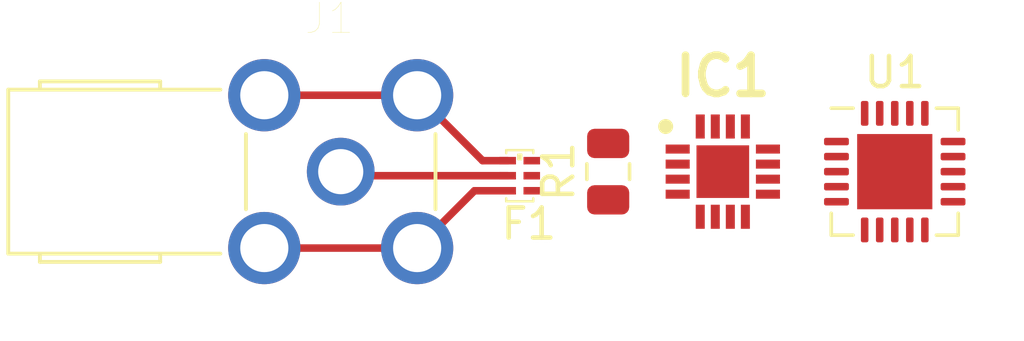
<source format=kicad_pcb>
(kicad_pcb (version 20171130) (host pcbnew "(5.1.6)-1")

  (general
    (thickness 1.6)
    (drawings 0)
    (tracks 8)
    (zones 0)
    (modules 5)
    (nets 43)
  )

  (page A4)
  (layers
    (0 F.Cu signal)
    (31 B.Cu signal)
    (32 B.Adhes user)
    (33 F.Adhes user)
    (34 B.Paste user)
    (35 F.Paste user)
    (36 B.SilkS user)
    (37 F.SilkS user)
    (38 B.Mask user)
    (39 F.Mask user)
    (40 Dwgs.User user)
    (41 Cmts.User user)
    (42 Eco1.User user)
    (43 Eco2.User user)
    (44 Edge.Cuts user)
    (45 Margin user)
    (46 B.CrtYd user)
    (47 F.CrtYd user)
    (48 B.Fab user)
    (49 F.Fab user)
  )

  (setup
    (last_trace_width 0.25)
    (trace_clearance 0.2)
    (zone_clearance 0.508)
    (zone_45_only no)
    (trace_min 0.2)
    (via_size 0.8)
    (via_drill 0.4)
    (via_min_size 0.4)
    (via_min_drill 0.3)
    (uvia_size 0.3)
    (uvia_drill 0.1)
    (uvias_allowed no)
    (uvia_min_size 0.2)
    (uvia_min_drill 0.1)
    (edge_width 0.05)
    (segment_width 0.2)
    (pcb_text_width 0.3)
    (pcb_text_size 1.5 1.5)
    (mod_edge_width 0.12)
    (mod_text_size 1 1)
    (mod_text_width 0.15)
    (pad_size 1.524 1.524)
    (pad_drill 0.762)
    (pad_to_mask_clearance 0.05)
    (aux_axis_origin 0 0)
    (visible_elements 7FFFFFFF)
    (pcbplotparams
      (layerselection 0x010fc_ffffffff)
      (usegerberextensions false)
      (usegerberattributes true)
      (usegerberadvancedattributes true)
      (creategerberjobfile true)
      (excludeedgelayer true)
      (linewidth 0.100000)
      (plotframeref false)
      (viasonmask false)
      (mode 1)
      (useauxorigin false)
      (hpglpennumber 1)
      (hpglpenspeed 20)
      (hpglpendiameter 15.000000)
      (psnegative false)
      (psa4output false)
      (plotreference true)
      (plotvalue true)
      (plotinvisibletext false)
      (padsonsilk false)
      (subtractmaskfromsilk false)
      (outputformat 1)
      (mirror false)
      (drillshape 1)
      (scaleselection 1)
      (outputdirectory ""))
  )

  (net 0 "")
  (net 1 "Net-(U1-Pad20)")
  (net 2 "Net-(U1-Pad19)")
  (net 3 "Net-(U1-Pad18)")
  (net 4 "Net-(U1-Pad17)")
  (net 5 "Net-(U1-Pad16)")
  (net 6 "Net-(U1-Pad15)")
  (net 7 "Net-(U1-Pad14)")
  (net 8 "Net-(U1-Pad13)")
  (net 9 "Net-(U1-Pad12)")
  (net 10 "Net-(U1-Pad11)")
  (net 11 "Net-(U1-Pad10)")
  (net 12 "Net-(U1-Pad9)")
  (net 13 "Net-(U1-Pad8)")
  (net 14 "Net-(U1-Pad7)")
  (net 15 "Net-(U1-Pad6)")
  (net 16 "Net-(U1-Pad5)")
  (net 17 "Net-(U1-Pad4)")
  (net 18 "Net-(U1-Pad3)")
  (net 19 "Net-(U1-Pad2)")
  (net 20 "Net-(U1-Pad1)")
  (net 21 "Net-(IC1-Pad1)")
  (net 22 "Net-(IC1-Pad2)")
  (net 23 "Net-(IC1-Pad3)")
  (net 24 "Net-(IC1-Pad4)")
  (net 25 "Net-(IC1-Pad5)")
  (net 26 "Net-(IC1-Pad6)")
  (net 27 "Net-(IC1-Pad7)")
  (net 28 "Net-(IC1-Pad8)")
  (net 29 "Net-(IC1-Pad9)")
  (net 30 "Net-(IC1-Pad10)")
  (net 31 "Net-(IC1-Pad11)")
  (net 32 "Net-(IC1-Pad12)")
  (net 33 "Net-(IC1-Pad13)")
  (net 34 "Net-(IC1-Pad14)")
  (net 35 "Net-(IC1-Pad15)")
  (net 36 "Net-(IC1-Pad16)")
  (net 37 "Net-(IC1-Pad17)")
  (net 38 GND)
  (net 39 "Net-(F1-Pad5)")
  (net 40 "Net-(F1-Pad2)")
  (net 41 "Net-(R1-Pad2)")
  (net 42 "Net-(R1-Pad1)")

  (net_class Default "This is the default net class."
    (clearance 0.2)
    (trace_width 0.25)
    (via_dia 0.8)
    (via_drill 0.4)
    (uvia_dia 0.3)
    (uvia_drill 0.1)
    (add_net GND)
    (add_net "Net-(F1-Pad2)")
    (add_net "Net-(F1-Pad5)")
    (add_net "Net-(IC1-Pad1)")
    (add_net "Net-(IC1-Pad10)")
    (add_net "Net-(IC1-Pad11)")
    (add_net "Net-(IC1-Pad12)")
    (add_net "Net-(IC1-Pad13)")
    (add_net "Net-(IC1-Pad14)")
    (add_net "Net-(IC1-Pad15)")
    (add_net "Net-(IC1-Pad16)")
    (add_net "Net-(IC1-Pad17)")
    (add_net "Net-(IC1-Pad2)")
    (add_net "Net-(IC1-Pad3)")
    (add_net "Net-(IC1-Pad4)")
    (add_net "Net-(IC1-Pad5)")
    (add_net "Net-(IC1-Pad6)")
    (add_net "Net-(IC1-Pad7)")
    (add_net "Net-(IC1-Pad8)")
    (add_net "Net-(IC1-Pad9)")
    (add_net "Net-(R1-Pad1)")
    (add_net "Net-(R1-Pad2)")
    (add_net "Net-(U1-Pad1)")
    (add_net "Net-(U1-Pad10)")
    (add_net "Net-(U1-Pad11)")
    (add_net "Net-(U1-Pad12)")
    (add_net "Net-(U1-Pad13)")
    (add_net "Net-(U1-Pad14)")
    (add_net "Net-(U1-Pad15)")
    (add_net "Net-(U1-Pad16)")
    (add_net "Net-(U1-Pad17)")
    (add_net "Net-(U1-Pad18)")
    (add_net "Net-(U1-Pad19)")
    (add_net "Net-(U1-Pad2)")
    (add_net "Net-(U1-Pad20)")
    (add_net "Net-(U1-Pad3)")
    (add_net "Net-(U1-Pad4)")
    (add_net "Net-(U1-Pad5)")
    (add_net "Net-(U1-Pad6)")
    (add_net "Net-(U1-Pad7)")
    (add_net "Net-(U1-Pad8)")
    (add_net "Net-(U1-Pad9)")
  )

  (module Resistor_SMD:R_0805_2012Metric (layer F.Cu) (tedit 5B36C52B) (tstamp 5ED57FC8)
    (at 81.28 66.04 90)
    (descr "Resistor SMD 0805 (2012 Metric), square (rectangular) end terminal, IPC_7351 nominal, (Body size source: https://docs.google.com/spreadsheets/d/1BsfQQcO9C6DZCsRaXUlFlo91Tg2WpOkGARC1WS5S8t0/edit?usp=sharing), generated with kicad-footprint-generator")
    (tags resistor)
    (path /5ED596BB/5ED5B429)
    (attr smd)
    (fp_text reference R1 (at 0 -1.65 90) (layer F.SilkS)
      (effects (font (size 1 1) (thickness 0.15)))
    )
    (fp_text value R (at 0 1.65 90) (layer F.Fab)
      (effects (font (size 1 1) (thickness 0.15)))
    )
    (fp_text user %R (at 0 0 90) (layer F.Fab)
      (effects (font (size 0.5 0.5) (thickness 0.08)))
    )
    (fp_line (start -1 0.6) (end -1 -0.6) (layer F.Fab) (width 0.1))
    (fp_line (start -1 -0.6) (end 1 -0.6) (layer F.Fab) (width 0.1))
    (fp_line (start 1 -0.6) (end 1 0.6) (layer F.Fab) (width 0.1))
    (fp_line (start 1 0.6) (end -1 0.6) (layer F.Fab) (width 0.1))
    (fp_line (start -0.258578 -0.71) (end 0.258578 -0.71) (layer F.SilkS) (width 0.12))
    (fp_line (start -0.258578 0.71) (end 0.258578 0.71) (layer F.SilkS) (width 0.12))
    (fp_line (start -1.68 0.95) (end -1.68 -0.95) (layer F.CrtYd) (width 0.05))
    (fp_line (start -1.68 -0.95) (end 1.68 -0.95) (layer F.CrtYd) (width 0.05))
    (fp_line (start 1.68 -0.95) (end 1.68 0.95) (layer F.CrtYd) (width 0.05))
    (fp_line (start 1.68 0.95) (end -1.68 0.95) (layer F.CrtYd) (width 0.05))
    (pad 2 smd roundrect (at 0.9375 0 90) (size 0.975 1.4) (layers F.Cu F.Paste F.Mask) (roundrect_rratio 0.25)
      (net 41 "Net-(R1-Pad2)"))
    (pad 1 smd roundrect (at -0.9375 0 90) (size 0.975 1.4) (layers F.Cu F.Paste F.Mask) (roundrect_rratio 0.25)
      (net 42 "Net-(R1-Pad1)"))
    (model ${KISYS3DMOD}/Resistor_SMD.3dshapes/R_0805_2012Metric.wrl
      (at (xyz 0 0 0))
      (scale (xyz 1 1 1))
      (rotate (xyz 0 0 0))
    )
  )

  (module "Low pass filter:2450BM14A0002" (layer F.Cu) (tedit 5ED520E1) (tstamp 5ED5775D)
    (at 78.74 66.675 180)
    (path /5ED596BB/5ED53DA9)
    (fp_text reference F1 (at 0.1 -1.1) (layer F.SilkS)
      (effects (font (size 1 1) (thickness 0.15)))
    )
    (fp_text value 2450LP14B100 (at 0 -2.54) (layer F.Fab)
      (effects (font (size 1 1) (thickness 0.15)))
    )
    (fp_line (start 0.45 1.05) (end 0.35 1.05) (layer F.SilkS) (width 0.08))
    (fp_line (start 0.45 1.2) (end 0.45 1.05) (layer F.SilkS) (width 0.08))
    (fp_line (start 0.35 1.2) (end 0.45 1.2) (layer F.SilkS) (width 0.08))
    (fp_line (start 0.35 1.05) (end 0.35 1.2) (layer F.SilkS) (width 0.08))
    (fp_line (start 0.85 1.35) (end 0.85 1.25) (layer F.SilkS) (width 0.08))
    (fp_line (start -0.05 1.35) (end 0.85 1.35) (layer F.SilkS) (width 0.08))
    (fp_line (start -0.05 1.25) (end -0.05 1.35) (layer F.SilkS) (width 0.08))
    (fp_line (start 0.85 -0.35) (end 0.85 -0.25) (layer F.SilkS) (width 0.08))
    (fp_line (start -0.05 -0.35) (end 0.85 -0.35) (layer F.SilkS) (width 0.08))
    (fp_line (start -0.05 -0.25) (end -0.05 -0.35) (layer F.SilkS) (width 0.08))
    (fp_line (start -0.05 -0.35) (end -0.05 1.35) (layer F.Fab) (width 0.05))
    (fp_line (start 0.85 -0.35) (end -0.05 -0.35) (layer F.Fab) (width 0.05))
    (fp_line (start 0.85 1.35) (end 0.85 -0.35) (layer F.Fab) (width 0.05))
    (fp_line (start -0.05 1.35) (end 0.85 1.35) (layer F.Fab) (width 0.05))
    (fp_line (start 0.4 1.1) (end 0.4 1.15) (layer F.SilkS) (width 0.12))
    (pad 6 smd rect (at 0.8 0 180) (size 0.55 0.25) (layers F.Cu F.Paste F.Mask)
      (net 38 GND))
    (pad 4 smd rect (at 0.8 1 180) (size 0.55 0.25) (layers F.Cu F.Paste F.Mask)
      (net 38 GND))
    (pad 3 smd rect (at 0 1 180) (size 0.55 0.25) (layers F.Cu F.Paste F.Mask)
      (net 38 GND))
    (pad 5 smd rect (at 0.8 0.5 180) (size 0.55 0.25) (layers F.Cu F.Paste F.Mask)
      (net 39 "Net-(F1-Pad5)"))
    (pad 2 smd rect (at 0 0.5 180) (size 0.55 0.25) (layers F.Cu F.Paste F.Mask)
      (net 40 "Net-(F1-Pad2)"))
    (pad 1 smd rect (at 0 0 180) (size 0.55 0.25) (layers F.Cu F.Paste F.Mask)
      (net 38 GND))
  )

  (module "SMA Connector 5-1814400-1 TE Connectivity:SMA_CONN_5-1814400-1" (layer F.Cu) (tedit 5ED508CD) (tstamp 5ED56B5C)
    (at 72.39 66.04)
    (path /5ED596BB/5ED51348)
    (fp_text reference J1 (at -0.372385 -5.091025) (layer F.SilkS)
      (effects (font (size 1.004732 1.004732) (thickness 0.015)))
    )
    (fp_text value 5-1814400-1 (at 6.67541 5.03017) (layer F.Fab)
      (effects (font (size 1.002315 1.002315) (thickness 0.015)))
    )
    (fp_line (start 3.15 -3.15) (end 3.15 3.15) (layer F.Fab) (width 0.127))
    (fp_line (start 3.15 3.15) (end -3.15 3.15) (layer F.Fab) (width 0.127))
    (fp_line (start -3.15 3.15) (end -3.15 -3.15) (layer F.Fab) (width 0.127))
    (fp_line (start -3.15 -3.15) (end 3.15 -3.15) (layer F.Fab) (width 0.127))
    (fp_line (start -11.05 -2.725) (end -11.05 2.725) (layer F.SilkS) (width 0.127))
    (fp_line (start -11.05 -2.725) (end -4 -2.725) (layer F.SilkS) (width 0.127))
    (fp_line (start -11.05 2.725) (end -4 2.725) (layer F.SilkS) (width 0.127))
    (fp_line (start -10 -3) (end -6 -3) (layer F.Fab) (width 0.127))
    (fp_line (start -6 3) (end -10 3) (layer F.SilkS) (width 0.127))
    (fp_line (start -11.05 2.725) (end -11.05 -2.725) (layer F.Fab) (width 0.127))
    (fp_line (start 3.15 -1.25) (end 3.15 1.25) (layer F.SilkS) (width 0.127))
    (fp_line (start -3.15 -1.25) (end -3.15 1.25) (layer F.SilkS) (width 0.127))
    (fp_line (start -6 -3) (end -6 -2.75) (layer F.Fab) (width 0.127))
    (fp_line (start -10 -3) (end -10 -2.75) (layer F.Fab) (width 0.127))
    (fp_line (start -10 3) (end -10 2.75) (layer F.SilkS) (width 0.127))
    (fp_line (start -6 3) (end -6 2.75) (layer F.SilkS) (width 0.127))
    (fp_line (start 3.99 -3.99) (end 3.99 3.99) (layer F.CrtYd) (width 0.05))
    (fp_line (start 3.99 3.99) (end -3.95 3.99) (layer F.CrtYd) (width 0.05))
    (fp_line (start -3.95 3.99) (end -3.95 3.25) (layer F.CrtYd) (width 0.05))
    (fp_line (start -3.95 3.25) (end -11.3 3.25) (layer F.CrtYd) (width 0.05))
    (fp_line (start -11.3 3.25) (end -11.3 -3.25) (layer F.CrtYd) (width 0.05))
    (fp_line (start -11.3 -3.25) (end -3.95 -3.25) (layer F.CrtYd) (width 0.05))
    (fp_line (start -3.95 -3.25) (end -3.95 -3.99) (layer F.CrtYd) (width 0.05))
    (fp_line (start -3.95 -3.99) (end 3.99 -3.99) (layer F.CrtYd) (width 0.05))
    (fp_line (start -11.05 -2.725) (end -3.238 -2.725) (layer F.Fab) (width 0.127))
    (fp_line (start -11.05 2.725) (end -3.238 2.725) (layer F.Fab) (width 0.127))
    (fp_line (start -10 -3) (end -6 -3) (layer F.SilkS) (width 0.127))
    (fp_line (start -6 -3) (end -6 -2.75) (layer F.SilkS) (width 0.127))
    (fp_line (start -10 -3) (end -10 -2.75) (layer F.SilkS) (width 0.127))
    (fp_line (start -6.002 3) (end -10.002 3) (layer F.Fab) (width 0.127))
    (fp_line (start -10.002 3) (end -10.002 2.75) (layer F.Fab) (width 0.127))
    (fp_line (start -6.002 3) (end -6.002 2.75) (layer F.Fab) (width 0.127))
    (pad 1 thru_hole circle (at 2.54 -2.54) (size 2.4 2.4) (drill 1.6) (layers *.Cu *.Mask)
      (net 38 GND))
    (pad 5 thru_hole circle (at 0 0) (size 2.25 2.25) (drill 1.5) (layers *.Cu *.Mask)
      (net 39 "Net-(F1-Pad5)"))
    (pad 2 thru_hole circle (at -2.54 -2.54) (size 2.4 2.4) (drill 1.6) (layers *.Cu *.Mask)
      (net 38 GND))
    (pad 3 thru_hole circle (at -2.54 2.54) (size 2.4 2.4) (drill 1.6) (layers *.Cu *.Mask)
      (net 38 GND))
    (pad 4 thru_hole circle (at 2.54 2.54) (size 2.4 2.4) (drill 1.6) (layers *.Cu *.Mask)
      (net 38 GND))
    (model "C:/Users/Mateusz/Documents/KiCad Projects/Lib/Antenna/ENG_CVM_CVM_5-1814400-1_D_c-5-1814400-1-d.3d_stp/c-5-1814400-1-d-3d.stp"
      (offset (xyz -11 0 7.5))
      (scale (xyz 1 1 1))
      (rotate (xyz -90 0 90))
    )
  )

  (module Package_DFN_QFN:QFN-20-1EP_4x4mm_P0.5mm_EP2.5x2.5mm (layer F.Cu) (tedit 5DC5F6A3) (tstamp 5ED56928)
    (at 90.805 66.04)
    (descr "QFN, 20 Pin (http://ww1.microchip.com/downloads/en/PackagingSpec/00000049BQ.pdf#page=274), generated with kicad-footprint-generator ipc_noLead_generator.py")
    (tags "QFN NoLead")
    (path /5ED596BB/5ED50FB2)
    (attr smd)
    (fp_text reference U1 (at 0 -3.3) (layer F.SilkS)
      (effects (font (size 1 1) (thickness 0.15)))
    )
    (fp_text value nRF24L01P (at 0 3.3) (layer F.Fab)
      (effects (font (size 1 1) (thickness 0.15)))
    )
    (fp_line (start 2.6 -2.6) (end -2.6 -2.6) (layer F.CrtYd) (width 0.05))
    (fp_line (start 2.6 2.6) (end 2.6 -2.6) (layer F.CrtYd) (width 0.05))
    (fp_line (start -2.6 2.6) (end 2.6 2.6) (layer F.CrtYd) (width 0.05))
    (fp_line (start -2.6 -2.6) (end -2.6 2.6) (layer F.CrtYd) (width 0.05))
    (fp_line (start -2 -1) (end -1 -2) (layer F.Fab) (width 0.1))
    (fp_line (start -2 2) (end -2 -1) (layer F.Fab) (width 0.1))
    (fp_line (start 2 2) (end -2 2) (layer F.Fab) (width 0.1))
    (fp_line (start 2 -2) (end 2 2) (layer F.Fab) (width 0.1))
    (fp_line (start -1 -2) (end 2 -2) (layer F.Fab) (width 0.1))
    (fp_line (start -1.385 -2.11) (end -2.11 -2.11) (layer F.SilkS) (width 0.12))
    (fp_line (start 2.11 2.11) (end 2.11 1.385) (layer F.SilkS) (width 0.12))
    (fp_line (start 1.385 2.11) (end 2.11 2.11) (layer F.SilkS) (width 0.12))
    (fp_line (start -2.11 2.11) (end -2.11 1.385) (layer F.SilkS) (width 0.12))
    (fp_line (start -1.385 2.11) (end -2.11 2.11) (layer F.SilkS) (width 0.12))
    (fp_line (start 2.11 -2.11) (end 2.11 -1.385) (layer F.SilkS) (width 0.12))
    (fp_line (start 1.385 -2.11) (end 2.11 -2.11) (layer F.SilkS) (width 0.12))
    (fp_text user %R (at 0 0) (layer F.Fab)
      (effects (font (size 1 1) (thickness 0.15)))
    )
    (pad "" smd roundrect (at 0.625 0.625) (size 1.01 1.01) (layers F.Paste) (roundrect_rratio 0.247525))
    (pad "" smd roundrect (at 0.625 -0.625) (size 1.01 1.01) (layers F.Paste) (roundrect_rratio 0.247525))
    (pad "" smd roundrect (at -0.625 0.625) (size 1.01 1.01) (layers F.Paste) (roundrect_rratio 0.247525))
    (pad "" smd roundrect (at -0.625 -0.625) (size 1.01 1.01) (layers F.Paste) (roundrect_rratio 0.247525))
    (pad 21 smd rect (at 0 0) (size 2.5 2.5) (layers F.Cu F.Mask))
    (pad 20 smd roundrect (at -1 -1.9375) (size 0.25 0.825) (layers F.Cu F.Paste F.Mask) (roundrect_rratio 0.25)
      (net 1 "Net-(U1-Pad20)"))
    (pad 19 smd roundrect (at -0.5 -1.9375) (size 0.25 0.825) (layers F.Cu F.Paste F.Mask) (roundrect_rratio 0.25)
      (net 2 "Net-(U1-Pad19)"))
    (pad 18 smd roundrect (at 0 -1.9375) (size 0.25 0.825) (layers F.Cu F.Paste F.Mask) (roundrect_rratio 0.25)
      (net 3 "Net-(U1-Pad18)"))
    (pad 17 smd roundrect (at 0.5 -1.9375) (size 0.25 0.825) (layers F.Cu F.Paste F.Mask) (roundrect_rratio 0.25)
      (net 4 "Net-(U1-Pad17)"))
    (pad 16 smd roundrect (at 1 -1.9375) (size 0.25 0.825) (layers F.Cu F.Paste F.Mask) (roundrect_rratio 0.25)
      (net 5 "Net-(U1-Pad16)"))
    (pad 15 smd roundrect (at 1.9375 -1) (size 0.825 0.25) (layers F.Cu F.Paste F.Mask) (roundrect_rratio 0.25)
      (net 6 "Net-(U1-Pad15)"))
    (pad 14 smd roundrect (at 1.9375 -0.5) (size 0.825 0.25) (layers F.Cu F.Paste F.Mask) (roundrect_rratio 0.25)
      (net 7 "Net-(U1-Pad14)"))
    (pad 13 smd roundrect (at 1.9375 0) (size 0.825 0.25) (layers F.Cu F.Paste F.Mask) (roundrect_rratio 0.25)
      (net 8 "Net-(U1-Pad13)"))
    (pad 12 smd roundrect (at 1.9375 0.5) (size 0.825 0.25) (layers F.Cu F.Paste F.Mask) (roundrect_rratio 0.25)
      (net 9 "Net-(U1-Pad12)"))
    (pad 11 smd roundrect (at 1.9375 1) (size 0.825 0.25) (layers F.Cu F.Paste F.Mask) (roundrect_rratio 0.25)
      (net 10 "Net-(U1-Pad11)"))
    (pad 10 smd roundrect (at 1 1.9375) (size 0.25 0.825) (layers F.Cu F.Paste F.Mask) (roundrect_rratio 0.25)
      (net 11 "Net-(U1-Pad10)"))
    (pad 9 smd roundrect (at 0.5 1.9375) (size 0.25 0.825) (layers F.Cu F.Paste F.Mask) (roundrect_rratio 0.25)
      (net 12 "Net-(U1-Pad9)"))
    (pad 8 smd roundrect (at 0 1.9375) (size 0.25 0.825) (layers F.Cu F.Paste F.Mask) (roundrect_rratio 0.25)
      (net 13 "Net-(U1-Pad8)"))
    (pad 7 smd roundrect (at -0.5 1.9375) (size 0.25 0.825) (layers F.Cu F.Paste F.Mask) (roundrect_rratio 0.25)
      (net 14 "Net-(U1-Pad7)"))
    (pad 6 smd roundrect (at -1 1.9375) (size 0.25 0.825) (layers F.Cu F.Paste F.Mask) (roundrect_rratio 0.25)
      (net 15 "Net-(U1-Pad6)"))
    (pad 5 smd roundrect (at -1.9375 1) (size 0.825 0.25) (layers F.Cu F.Paste F.Mask) (roundrect_rratio 0.25)
      (net 16 "Net-(U1-Pad5)"))
    (pad 4 smd roundrect (at -1.9375 0.5) (size 0.825 0.25) (layers F.Cu F.Paste F.Mask) (roundrect_rratio 0.25)
      (net 17 "Net-(U1-Pad4)"))
    (pad 3 smd roundrect (at -1.9375 0) (size 0.825 0.25) (layers F.Cu F.Paste F.Mask) (roundrect_rratio 0.25)
      (net 18 "Net-(U1-Pad3)"))
    (pad 2 smd roundrect (at -1.9375 -0.5) (size 0.825 0.25) (layers F.Cu F.Paste F.Mask) (roundrect_rratio 0.25)
      (net 19 "Net-(U1-Pad2)"))
    (pad 1 smd roundrect (at -1.9375 -1) (size 0.825 0.25) (layers F.Cu F.Paste F.Mask) (roundrect_rratio 0.25)
      (net 20 "Net-(U1-Pad1)"))
    (model ${KISYS3DMOD}/Package_DFN_QFN.3dshapes/QFN-20-1EP_4x4mm_P0.5mm_EP2.5x2.5mm.wrl
      (at (xyz 0 0 0))
      (scale (xyz 1 1 1))
      (rotate (xyz 0 0 0))
    )
  )

  (module RFX2401C:QFN50P300X300X60-17N-D (layer F.Cu) (tedit 5ED50905) (tstamp 5ED568FA)
    (at 85.09 66.04)
    (descr "QFN 3X3_1")
    (tags "Integrated Circuit")
    (path /5ED596BB/5ED50FC0)
    (attr smd)
    (fp_text reference IC1 (at 0 -3.175) (layer F.SilkS)
      (effects (font (size 1.27 1.27) (thickness 0.254)))
    )
    (fp_text value RFX2401C (at 0 3.81) (layer F.SilkS) hide
      (effects (font (size 1.27 1.27) (thickness 0.254)))
    )
    (fp_line (start -2.125 -2.125) (end 2.125 -2.125) (layer F.CrtYd) (width 0.05))
    (fp_line (start 2.125 -2.125) (end 2.125 2.125) (layer F.CrtYd) (width 0.05))
    (fp_line (start 2.125 2.125) (end -2.125 2.125) (layer F.CrtYd) (width 0.05))
    (fp_line (start -2.125 2.125) (end -2.125 -2.125) (layer F.CrtYd) (width 0.05))
    (fp_line (start -1.5 -1.5) (end 1.5 -1.5) (layer F.Fab) (width 0.1))
    (fp_line (start 1.5 -1.5) (end 1.5 1.5) (layer F.Fab) (width 0.1))
    (fp_line (start 1.5 1.5) (end -1.5 1.5) (layer F.Fab) (width 0.1))
    (fp_line (start -1.5 1.5) (end -1.5 -1.5) (layer F.Fab) (width 0.1))
    (fp_line (start -1.5 -1) (end -1 -1.5) (layer F.Fab) (width 0.1))
    (fp_circle (center -1.9 -1.5) (end -1.9 -1.375) (layer F.SilkS) (width 0.25))
    (fp_text user %R (at 0 0) (layer F.Fab)
      (effects (font (size 1.27 1.27) (thickness 0.254)))
    )
    (pad 1 smd rect (at -1.5 -0.75 90) (size 0.3 0.8) (layers F.Cu F.Paste F.Mask)
      (net 21 "Net-(IC1-Pad1)"))
    (pad 2 smd rect (at -1.5 -0.25 90) (size 0.3 0.8) (layers F.Cu F.Paste F.Mask)
      (net 22 "Net-(IC1-Pad2)"))
    (pad 3 smd rect (at -1.5 0.25 90) (size 0.3 0.8) (layers F.Cu F.Paste F.Mask)
      (net 23 "Net-(IC1-Pad3)"))
    (pad 4 smd rect (at -1.5 0.75 90) (size 0.3 0.8) (layers F.Cu F.Paste F.Mask)
      (net 24 "Net-(IC1-Pad4)"))
    (pad 5 smd rect (at -0.75 1.5) (size 0.3 0.8) (layers F.Cu F.Paste F.Mask)
      (net 25 "Net-(IC1-Pad5)"))
    (pad 6 smd rect (at -0.25 1.5) (size 0.3 0.8) (layers F.Cu F.Paste F.Mask)
      (net 26 "Net-(IC1-Pad6)"))
    (pad 7 smd rect (at 0.25 1.5) (size 0.3 0.8) (layers F.Cu F.Paste F.Mask)
      (net 27 "Net-(IC1-Pad7)"))
    (pad 8 smd rect (at 0.75 1.5) (size 0.3 0.8) (layers F.Cu F.Paste F.Mask)
      (net 28 "Net-(IC1-Pad8)"))
    (pad 9 smd rect (at 1.5 0.75 90) (size 0.3 0.8) (layers F.Cu F.Paste F.Mask)
      (net 29 "Net-(IC1-Pad9)"))
    (pad 10 smd rect (at 1.5 0.25 90) (size 0.3 0.8) (layers F.Cu F.Paste F.Mask)
      (net 30 "Net-(IC1-Pad10)"))
    (pad 11 smd rect (at 1.5 -0.25 90) (size 0.3 0.8) (layers F.Cu F.Paste F.Mask)
      (net 31 "Net-(IC1-Pad11)"))
    (pad 12 smd rect (at 1.5 -0.75 90) (size 0.3 0.8) (layers F.Cu F.Paste F.Mask)
      (net 32 "Net-(IC1-Pad12)"))
    (pad 13 smd rect (at 0.75 -1.5) (size 0.3 0.8) (layers F.Cu F.Paste F.Mask)
      (net 33 "Net-(IC1-Pad13)"))
    (pad 14 smd rect (at 0.25 -1.5) (size 0.3 0.8) (layers F.Cu F.Paste F.Mask)
      (net 34 "Net-(IC1-Pad14)"))
    (pad 15 smd rect (at -0.25 -1.5) (size 0.3 0.8) (layers F.Cu F.Paste F.Mask)
      (net 35 "Net-(IC1-Pad15)"))
    (pad 16 smd rect (at -0.75 -1.5) (size 0.3 0.8) (layers F.Cu F.Paste F.Mask)
      (net 36 "Net-(IC1-Pad16)"))
    (pad 17 smd rect (at 0 0) (size 1.75 1.75) (layers F.Cu F.Paste F.Mask)
      (net 37 "Net-(IC1-Pad17)"))
    (model "C:/Users/Mateusz/Documents/KiCad Projects/Lib/RFX2401C/RFX2401C.stp"
      (at (xyz 0 0 0))
      (scale (xyz 1 1 1))
      (rotate (xyz 0 0 0))
    )
  )

  (segment (start 77.105 65.675) (end 74.93 63.5) (width 0.25) (layer F.Cu) (net 38))
  (segment (start 77.94 65.675) (end 77.105 65.675) (width 0.25) (layer F.Cu) (net 38))
  (segment (start 76.835 66.675) (end 74.93 68.58) (width 0.25) (layer F.Cu) (net 38))
  (segment (start 77.94 66.675) (end 76.835 66.675) (width 0.25) (layer F.Cu) (net 38))
  (segment (start 74.93 68.58) (end 69.85 68.58) (width 0.25) (layer F.Cu) (net 38))
  (segment (start 74.93 63.5) (end 69.85 63.5) (width 0.25) (layer F.Cu) (net 38))
  (segment (start 72.525 66.175) (end 72.39 66.04) (width 0.25) (layer F.Cu) (net 39))
  (segment (start 77.94 66.175) (end 72.525 66.175) (width 0.25) (layer F.Cu) (net 39))

)

</source>
